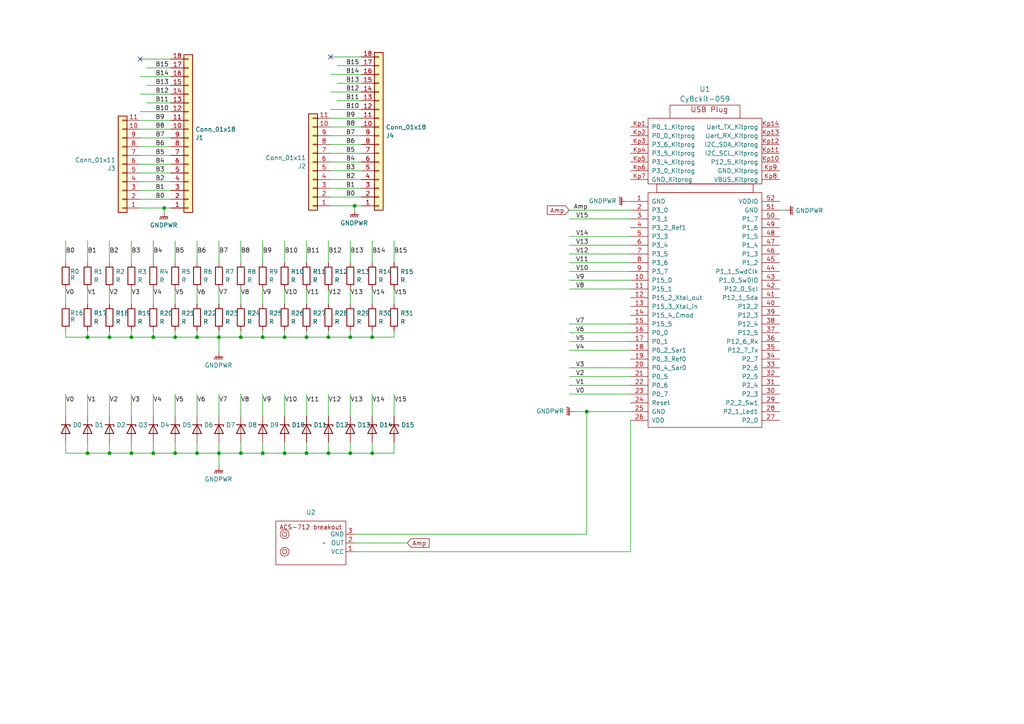
<source format=kicad_sch>
(kicad_sch (version 20230121) (generator eeschema)
  (paper "A4")
  (lib_symbols
    (symbol "Connector_Generic:Conn_01x11" (pin_names (offset 1.016) hide)
      (property "Reference" "J" (at 0 15.24 0))
      (property "Value" "Conn_01x11" (at 0 -15.24 0))
      (symbol "Conn_01x11_1_1"
        (rectangle (start -1.27 -12.573) (end 0 -12.827) (stroke (width 0.1524)))
        (rectangle (start -1.27 -10.033) (end 0 -10.287) (stroke (width 0.1524)))
        (rectangle (start -1.27 -7.493) (end 0 -7.747) (stroke (width 0.1524)))
        (rectangle (start -1.27 -4.953) (end 0 -5.207) (stroke (width 0.1524)))
        (rectangle (start -1.27 -2.413) (end 0 -2.667) (stroke (width 0.1524)))
        (rectangle (start -1.27 0.127) (end 0 -0.127) (stroke (width 0.1524)))
        (rectangle (start -1.27 2.667) (end 0 2.413) (stroke (width 0.1524)))
        (rectangle (start -1.27 5.207) (end 0 4.953) (stroke (width 0.1524)))
        (rectangle (start -1.27 7.747) (end 0 7.493) (stroke (width 0.1524)))
        (rectangle (start -1.27 10.287) (end 0 10.033) (stroke (width 0.1524)))
        (rectangle (start -1.27 12.827) (end 0 12.573) (stroke (width 0.1524)))
        (rectangle (start -1.27 13.97) (end 1.27 -13.97) (stroke (width 0.254)) (fill (type background)))
        (pin passive line (at -5.08 12.7 0) (length 3.81) (name "Pin_1") (number "1"))
        (pin passive line (at -5.08 -10.16 0) (length 3.81) (name "Pin_10") (number "10"))
        (pin passive line (at -5.08 -12.7 0) (length 3.81) (name "Pin_11") (number "11"))
        (pin passive line (at -5.08 10.16 0) (length 3.81) (name "Pin_2") (number "2"))
        (pin passive line (at -5.08 7.62 0) (length 3.81) (name "Pin_3") (number "3"))
        (pin passive line (at -5.08 5.08 0) (length 3.81) (name "Pin_4") (number "4"))
        (pin passive line (at -5.08 2.54 0) (length 3.81) (name "Pin_5") (number "5"))
        (pin passive line (at -5.08 0 0) (length 3.81) (name "Pin_6") (number "6"))
        (pin passive line (at -5.08 -2.54 0) (length 3.81) (name "Pin_7") (number "7"))
        (pin passive line (at -5.08 -5.08 0) (length 3.81) (name "Pin_8") (number "8"))
        (pin passive line (at -5.08 -7.62 0) (length 3.81) (name "Pin_9") (number "9"))
      )
    )
    (symbol "Connector_Generic:Conn_01x18" (pin_names (offset 1.016) hide)
      (property "Reference" "J" (at 0 22.86 0))
      (property "Value" "Conn_01x18" (at 0 -25.4 0))
      (symbol "Conn_01x18_1_1"
        (rectangle (start -1.27 -22.733) (end 0 -22.987) (stroke (width 0.1524)))
        (rectangle (start -1.27 -20.193) (end 0 -20.447) (stroke (width 0.1524)))
        (rectangle (start -1.27 -17.653) (end 0 -17.907) (stroke (width 0.1524)))
        (rectangle (start -1.27 -15.113) (end 0 -15.367) (stroke (width 0.1524)))
        (rectangle (start -1.27 -12.573) (end 0 -12.827) (stroke (width 0.1524)))
        (rectangle (start -1.27 -10.033) (end 0 -10.287) (stroke (width 0.1524)))
        (rectangle (start -1.27 -7.493) (end 0 -7.747) (stroke (width 0.1524)))
        (rectangle (start -1.27 -4.953) (end 0 -5.207) (stroke (width 0.1524)))
        (rectangle (start -1.27 -2.413) (end 0 -2.667) (stroke (width 0.1524)))
        (rectangle (start -1.27 0.127) (end 0 -0.127) (stroke (width 0.1524)))
        (rectangle (start -1.27 2.667) (end 0 2.413) (stroke (width 0.1524)))
        (rectangle (start -1.27 5.207) (end 0 4.953) (stroke (width 0.1524)))
        (rectangle (start -1.27 7.747) (end 0 7.493) (stroke (width 0.1524)))
        (rectangle (start -1.27 10.287) (end 0 10.033) (stroke (width 0.1524)))
        (rectangle (start -1.27 12.827) (end 0 12.573) (stroke (width 0.1524)))
        (rectangle (start -1.27 15.367) (end 0 15.113) (stroke (width 0.1524)))
        (rectangle (start -1.27 17.907) (end 0 17.653) (stroke (width 0.1524)))
        (rectangle (start -1.27 20.447) (end 0 20.193) (stroke (width 0.1524)))
        (rectangle (start -1.27 21.59) (end 1.27 -24.13) (stroke (width 0.254)) (fill (type background)))
        (pin passive line (at -5.08 20.32 0) (length 3.81) (name "Pin_1") (number "1"))
        (pin passive line (at -5.08 -2.54 0) (length 3.81) (name "Pin_10") (number "10"))
        (pin passive line (at -5.08 -5.08 0) (length 3.81) (name "Pin_11") (number "11"))
        (pin passive line (at -5.08 -7.62 0) (length 3.81) (name "Pin_12") (number "12"))
        (pin passive line (at -5.08 -10.16 0) (length 3.81) (name "Pin_13") (number "13"))
        (pin passive line (at -5.08 -12.7 0) (length 3.81) (name "Pin_14") (number "14"))
        (pin passive line (at -5.08 -15.24 0) (length 3.81) (name "Pin_15") (number "15"))
        (pin passive line (at -5.08 -17.78 0) (length 3.81) (name "Pin_16") (number "16"))
        (pin passive line (at -5.08 -20.32 0) (length 3.81) (name "Pin_17") (number "17"))
        (pin passive line (at -5.08 -22.86 0) (length 3.81) (name "Pin_18") (number "18"))
        (pin passive line (at -5.08 17.78 0) (length 3.81) (name "Pin_2") (number "2"))
        (pin passive line (at -5.08 15.24 0) (length 3.81) (name "Pin_3") (number "3"))
        (pin passive line (at -5.08 12.7 0) (length 3.81) (name "Pin_4") (number "4"))
        (pin passive line (at -5.08 10.16 0) (length 3.81) (name "Pin_5") (number "5"))
        (pin passive line (at -5.08 7.62 0) (length 3.81) (name "Pin_6") (number "6"))
        (pin passive line (at -5.08 5.08 0) (length 3.81) (name "Pin_7") (number "7"))
        (pin passive line (at -5.08 2.54 0) (length 3.81) (name "Pin_8") (number "8"))
        (pin passive line (at -5.08 0 0) (length 3.81) (name "Pin_9") (number "9"))
      )
    )
    (symbol "Device:R" (pin_numbers hide) (pin_names (offset 0))
      (property "Reference" "R" (at 2.032 0 90))
      (property "Value" "R" (at 0 0 90))
      (symbol "R_0_1"
        (rectangle (start -1.016 -2.54) (end 1.016 2.54) (stroke (width 0.254)))
      )
      (symbol "R_1_1"
        (pin passive line (at 0 3.81 270) (length 1.27) (name "~") (number "1"))
        (pin passive line (at 0 -3.81 90) (length 1.27) (name "~") (number "2"))
      )
    )
    (symbol "Diode:BZV55C3V6" (pin_numbers hide) (pin_names hide)
      (property "Reference" "D" (at 0 2.54 0))
      (property "Value" "BZV55C3V6" (at 0 -2.54 0))
      (symbol "BZV55C3V6_0_1"
        (polyline (pts (xy 1.27 0) (xy -1.27 0)))
        (polyline (pts (xy -1.27 -1.27) (xy -1.27 1.27) (xy -0.762 1.27)) (stroke (width 0.254)))
        (polyline (pts (xy 1.27 -1.27) (xy 1.27 1.27) (xy -1.27 0) (xy 1.27 -1.27)) (stroke (width 0.254)))
      )
      (symbol "BZV55C3V6_1_1"
        (pin passive line (at -3.81 0 0) (length 2.54) (name "K") (number "1"))
        (pin passive line (at 3.81 0 180) (length 2.54) (name "A") (number "2"))
      )
    )
    (symbol "Xg_lib_sch_v6:Cy8ckit-059" (pin_names (offset 1.016))
      (property "Reference" "U" (at 0 33.02 0))
      (property "Value" "Cy8ckit-059" (at 0.254 -16.256 0))
      (symbol "Cy8ckit-059_0_0"
        (text "USB Plug" (at 1.27 77.47 0) (effects (font (size 1.524 1.524))))
      )
      (symbol "Cy8ckit-059_0_1"
        (rectangle (start -16.51 53.34) (end 16.51 -14.732))
        (rectangle (start -16.51 74.93) (end 16.51 55.88))
        (rectangle (start -13.97 55.88) (end 13.97 53.34))
        (rectangle (start -10.16 74.93) (end 10.16 78.74))
      )
      (symbol "Cy8ckit-059_1_1"
        (pin power_out line (at -21.59 50.8 0) (length 5.08) (name "GND") (number "1"))
        (pin bidirectional line (at -21.59 27.94 0) (length 5.08) (name "P15_0") (number "10"))
        (pin bidirectional line (at -21.59 25.4 0) (length 5.08) (name "P15_1") (number "11"))
        (pin bidirectional line (at -21.59 22.86 0) (length 5.08) (name "P15_2_Xtal_out") (number "12"))
        (pin bidirectional line (at -21.59 20.32 0) (length 5.08) (name "P15_3_Xtal_in") (number "13"))
        (pin bidirectional line (at -21.59 17.78 0) (length 5.08) (name "P15_4_Cmod") (number "14"))
        (pin bidirectional line (at -21.59 15.24 0) (length 5.08) (name "P15_5") (number "15"))
        (pin bidirectional line (at -21.59 12.7 0) (length 5.08) (name "P0_0") (number "16"))
        (pin bidirectional line (at -21.59 10.16 0) (length 5.08) (name "P0_1") (number "17"))
        (pin bidirectional line (at -21.59 7.62 0) (length 5.08) (name "P0_2_Sar1") (number "18"))
        (pin bidirectional line (at -21.59 5.08 0) (length 5.08) (name "P0_3_Ref0") (number "19"))
        (pin bidirectional line (at -21.59 48.26 0) (length 5.08) (name "P3_0") (number "2"))
        (pin bidirectional line (at -21.59 2.54 0) (length 5.08) (name "P0_4_Sar0") (number "20"))
        (pin bidirectional line (at -21.59 0 0) (length 5.08) (name "P0_5") (number "21"))
        (pin bidirectional line (at -21.59 -2.54 0) (length 5.08) (name "P0_6") (number "22"))
        (pin bidirectional line (at -21.59 -5.08 0) (length 5.08) (name "P0_7") (number "23"))
        (pin bidirectional line (at -21.59 -7.62 0) (length 5.08) (name "Reset") (number "24"))
        (pin power_out line (at -21.59 -10.16 0) (length 5.08) (name "GND") (number "25"))
        (pin power_out line (at -21.59 -12.7 0) (length 5.08) (name "VDD") (number "26"))
        (pin bidirectional line (at 21.59 -12.7 180) (length 5.08) (name "P2_0") (number "27"))
        (pin bidirectional line (at 21.59 -10.16 180) (length 5.08) (name "P2_1_Led1") (number "28"))
        (pin bidirectional line (at 21.59 -7.62 180) (length 5.08) (name "P2_2_Sw1") (number "29"))
        (pin bidirectional line (at -21.59 45.72 0) (length 5.08) (name "P3_1") (number "3"))
        (pin bidirectional line (at 21.59 -5.08 180) (length 5.08) (name "P2_3") (number "30"))
        (pin bidirectional line (at 21.59 -2.54 180) (length 5.08) (name "P2_4") (number "31"))
        (pin bidirectional line (at 21.59 0 180) (length 5.08) (name "P2_5") (number "32"))
        (pin bidirectional line (at 21.59 2.54 180) (length 5.08) (name "P2_6") (number "33"))
        (pin bidirectional line (at 21.59 5.08 180) (length 5.08) (name "P2_7") (number "34"))
        (pin bidirectional line (at 21.59 7.62 180) (length 5.08) (name "P12_7_Tx") (number "35"))
        (pin bidirectional line (at 21.59 10.16 180) (length 5.08) (name "P12_6_Rx") (number "36"))
        (pin bidirectional line (at 21.59 12.7 180) (length 5.08) (name "P12_5") (number "37"))
        (pin bidirectional line (at 21.59 15.24 180) (length 5.08) (name "P12_4") (number "38"))
        (pin bidirectional line (at 21.59 17.78 180) (length 5.08) (name "P12_3") (number "39"))
        (pin bidirectional line (at -21.59 43.18 0) (length 5.08) (name "P3_2_Ref1") (number "4"))
        (pin bidirectional line (at 21.59 20.32 180) (length 5.08) (name "P12_2") (number "40"))
        (pin bidirectional line (at 21.59 22.86 180) (length 5.08) (name "P12_1_Sda") (number "41"))
        (pin bidirectional line (at 21.59 25.4 180) (length 5.08) (name "P12_0_Scl") (number "42"))
        (pin bidirectional line (at 21.59 27.94 180) (length 5.08) (name "P1_0_SwDIO") (number "43"))
        (pin bidirectional line (at 21.59 30.48 180) (length 5.08) (name "P1_1_SwdClk") (number "44"))
        (pin bidirectional line (at 21.59 33.02 180) (length 5.08) (name "P1_2") (number "45"))
        (pin bidirectional line (at 21.59 35.56 180) (length 5.08) (name "P1_3") (number "46"))
        (pin bidirectional line (at 21.59 38.1 180) (length 5.08) (name "P1_4") (number "47"))
        (pin bidirectional line (at 21.59 40.64 180) (length 5.08) (name "P1_5") (number "48"))
        (pin bidirectional line (at 21.59 43.18 180) (length 5.08) (name "P1_6") (number "49"))
        (pin bidirectional line (at -21.59 40.64 0) (length 5.08) (name "P3_3") (number "5"))
        (pin bidirectional line (at 21.59 45.72 180) (length 5.08) (name "P1_7") (number "50"))
        (pin power_in line (at 21.59 48.26 180) (length 5.08) (name "GND") (number "51"))
        (pin power_in line (at 21.59 50.8 180) (length 5.08) (name "VDDIO") (number "52"))
        (pin bidirectional line (at -21.59 38.1 0) (length 5.08) (name "P3_4") (number "6"))
        (pin bidirectional line (at -21.59 35.56 0) (length 5.08) (name "P3_5") (number "7"))
        (pin bidirectional line (at -21.59 33.02 0) (length 5.08) (name "P3_6") (number "8"))
        (pin bidirectional line (at -21.59 30.48 0) (length 5.08) (name "P3_7") (number "9"))
        (pin bidirectional line (at -21.59 72.39 0) (length 5.08) (name "P0_1_Kitprog") (number "Kp1"))
        (pin bidirectional line (at 21.59 62.23 180) (length 5.08) (name "P12_5_Kitprog") (number "Kp10"))
        (pin tri_state line (at 21.59 64.77 180) (length 5.08) (name "I2C_SCL_Kitprog") (number "Kp11"))
        (pin tri_state line (at 21.59 67.31 180) (length 5.08) (name "I2C_SDA_Kitprog") (number "Kp12"))
        (pin input line (at 21.59 69.85 180) (length 5.08) (name "Uart_RX_Kitprog") (number "Kp13"))
        (pin output line (at 21.59 72.39 180) (length 5.08) (name "Uart_TX_Kitprog") (number "Kp14"))
        (pin bidirectional line (at -21.59 69.85 0) (length 5.08) (name "P0_0_Kitprog") (number "Kp2"))
        (pin bidirectional line (at -21.59 67.31 0) (length 5.08) (name "P3_6_Kitprog") (number "Kp3"))
        (pin bidirectional line (at -21.59 64.77 0) (length 5.08) (name "P3_5_Kitprog") (number "Kp4"))
        (pin bidirectional line (at -21.59 62.23 0) (length 5.08) (name "P3_4_Kitprog") (number "Kp5"))
        (pin bidirectional line (at -21.59 59.69 0) (length 5.08) (name "P3_0_Kitprog") (number "Kp6"))
        (pin power_in line (at -21.59 57.15 0) (length 5.08) (name "GND_Kitprog") (number "Kp7"))
        (pin power_in line (at 21.59 57.15 180) (length 5.08) (name "VBUS_Kitprog") (number "Kp8"))
        (pin power_in line (at 21.59 59.69 180) (length 5.08) (name "GND_Kitprog") (number "Kp9"))
      )
    )
    (symbol "composants internes_sym:ACS712"
      (property "Reference" "U" (at 0 0 0))
      (symbol "ACS712_0_0"
        (text_box "ACS-712 breakout" (at -6.35 6.35 0) (size 20.32 -12.7) (effects (font (size 1.27 1.27)) (justify left top)))
      )
      (symbol "ACS712_1_1"
        (circle (center 11.43 -2.54) (radius 0.635))
        (circle (center 11.43 -2.54) (radius 1.27))
        (circle (center 11.43 2.54) (radius 0.635))
        (circle (center 11.43 2.54) (radius 1.27))
        (pin power_in line (at -8.89 2.54 0) (length 2.54) (name "VCC") (number "1"))
        (pin output line (at -8.89 0 0) (length 2.54) (name "OUT") (number "2"))
        (pin power_in line (at -8.89 -2.54 0) (length 2.54) (name "GND") (number "3"))
      )
    )
    (symbol "power:GNDPWR" (power) (pin_names (offset 0))
      (property "Value" "GNDPWR" (at 0 -3.302 0))
      (symbol "GNDPWR_0_1"
        (polyline (pts (xy 0 -1.27) (xy 0 0)))
        (polyline (pts (xy -1.016 -1.27) (xy -1.27 -2.032) (xy -1.27 -2.032)) (stroke (width 0.2032)))
        (polyline (pts (xy -0.508 -1.27) (xy -0.762 -2.032) (xy -0.762 -2.032)) (stroke (width 0.2032)))
        (polyline (pts (xy 0 -1.27) (xy -0.254 -2.032) (xy -0.254 -2.032)) (stroke (width 0.2032)))
        (polyline (pts (xy 0.508 -1.27) (xy 0.254 -2.032) (xy 0.254 -2.032)) (stroke (width 0.2032)))
        (polyline (pts (xy 1.016 -1.27) (xy -1.016 -1.27) (xy -1.016 -1.27)) (stroke (width 0.2032)))
        (polyline (pts (xy 1.016 -1.27) (xy 0.762 -2.032) (xy 0.762 -2.032) (xy 0.762 -2.032)) (stroke (width 0.2032)))
      )
      (symbol "GNDPWR_1_1"
        (pin power_in line (at 0 0 270) (length 0) hide (name "GNDPWR") (number "1"))
      )
    )
  )
  (junction (at 95.25 97.79))
  (junction (at 44.45 97.79))
  (junction (at 38.1 97.79))
  (junction (at 76.2 131.445))
  (junction (at 107.95 131.445))
  (junction (at 47.625 60.325))
  (junction (at 69.85 97.79))
  (junction (at 102.87 59.69))
  (junction (at 57.15 131.445))
  (junction (at 63.5 97.79))
  (junction (at 101.6 131.445))
  (junction (at 95.25 131.445))
  (junction (at 44.45 131.445))
  (junction (at 88.9 97.79))
  (junction (at 69.85 131.445))
  (junction (at 31.75 131.445))
  (junction (at 88.9 131.445))
  (junction (at 170.18 119.38))
  (junction (at 57.15 97.79))
  (junction (at 50.8 131.445))
  (junction (at 107.95 97.79))
  (junction (at 31.75 97.79))
  (junction (at 50.8 97.79))
  (junction (at 76.2 97.79))
  (junction (at 25.4 97.79))
  (junction (at 101.6 97.79))
  (junction (at 82.55 97.79))
  (junction (at 25.4 131.445))
  (junction (at 38.1 131.445))
  (junction (at 82.55 131.445))
  (junction (at 63.5 131.445))
  (no_connect (at 40.64 17.145))
  (no_connect (at 95.885 16.51))
  (wire (pts (xy 63.5 97.79) (xy 69.85 97.79)))
  (wire (pts (xy 25.4 69.85) (xy 25.4 76.2)))
  (wire (pts (xy 31.75 128.27) (xy 31.75 131.445)))
  (wire (pts (xy 101.6 97.79) (xy 107.95 97.79)))
  (wire (pts (xy 42.545 29.845) (xy 49.53 29.845)))
  (wire (pts (xy 101.6 128.27) (xy 101.6 131.445)))
  (wire (pts (xy 165.1 106.68) (xy 182.88 106.68)))
  (wire (pts (xy 114.3 128.27) (xy 114.3 131.445)))
  (wire (pts (xy 40.64 22.225) (xy 49.53 22.225)))
  (wire (pts (xy 47.625 60.325) (xy 49.53 60.325)))
  (wire (pts (xy 107.95 131.445) (xy 114.3 131.445)))
  (wire (pts (xy 165.1 93.98) (xy 182.88 93.98)))
  (wire (pts (xy 63.5 83.82) (xy 63.5 88.265)))
  (wire (pts (xy 95.25 83.82) (xy 95.25 88.265)))
  (wire (pts (xy 182.88 160.02) (xy 182.88 121.92)))
  (wire (pts (xy 101.6 95.885) (xy 101.6 97.79)))
  (wire (pts (xy 19.05 114.3) (xy 19.05 120.65)))
  (wire (pts (xy 50.8 131.445) (xy 57.15 131.445)))
  (wire (pts (xy 101.6 114.3) (xy 101.6 120.65)))
  (wire (pts (xy 95.885 16.51) (xy 104.775 16.51)))
  (wire (pts (xy 63.5 69.85) (xy 63.5 76.2)))
  (wire (pts (xy 50.8 83.82) (xy 50.8 88.265)))
  (wire (pts (xy 63.5 97.79) (xy 63.5 102.235)))
  (wire (pts (xy 95.25 131.445) (xy 101.6 131.445)))
  (wire (pts (xy 95.885 31.75) (xy 104.775 31.75)))
  (wire (pts (xy 40.64 50.165) (xy 49.53 50.165)))
  (wire (pts (xy 44.45 114.3) (xy 44.45 120.65)))
  (wire (pts (xy 44.45 131.445) (xy 50.8 131.445)))
  (wire (pts (xy 57.15 83.82) (xy 57.15 88.265)))
  (wire (pts (xy 40.64 42.545) (xy 49.53 42.545)))
  (wire (pts (xy 165.1 76.2) (xy 182.88 76.2)))
  (wire (pts (xy 165.1 60.96) (xy 182.88 60.96)))
  (wire (pts (xy 97.79 19.05) (xy 104.775 19.05)))
  (wire (pts (xy 95.885 34.29) (xy 104.775 34.29)))
  (wire (pts (xy 114.3 83.82) (xy 114.3 88.265)))
  (wire (pts (xy 165.1 68.58) (xy 182.88 68.58)))
  (wire (pts (xy 95.25 69.85) (xy 95.25 76.2)))
  (wire (pts (xy 102.87 59.69) (xy 104.775 59.69)))
  (wire (pts (xy 25.4 131.445) (xy 31.75 131.445)))
  (wire (pts (xy 50.8 114.3) (xy 50.8 120.65)))
  (wire (pts (xy 76.2 131.445) (xy 82.55 131.445)))
  (wire (pts (xy 38.1 114.3) (xy 38.1 120.65)))
  (wire (pts (xy 165.1 96.52) (xy 182.88 96.52)))
  (wire (pts (xy 69.85 83.82) (xy 69.85 88.265)))
  (wire (pts (xy 47.625 61.595) (xy 47.625 60.325)))
  (wire (pts (xy 25.4 97.79) (xy 31.75 97.79)))
  (wire (pts (xy 31.75 95.885) (xy 31.75 97.79)))
  (wire (pts (xy 88.9 128.27) (xy 88.9 131.445)))
  (wire (pts (xy 165.1 71.12) (xy 182.88 71.12)))
  (wire (pts (xy 82.55 97.79) (xy 88.9 97.79)))
  (wire (pts (xy 44.45 97.79) (xy 50.8 97.79)))
  (wire (pts (xy 82.55 128.27) (xy 82.55 131.445)))
  (wire (pts (xy 50.8 95.885) (xy 50.8 97.79)))
  (wire (pts (xy 82.55 131.445) (xy 88.9 131.445)))
  (wire (pts (xy 40.64 47.625) (xy 49.53 47.625)))
  (wire (pts (xy 166.37 119.38) (xy 170.18 119.38)))
  (wire (pts (xy 40.64 17.145) (xy 49.53 17.145)))
  (wire (pts (xy 40.64 60.325) (xy 47.625 60.325)))
  (wire (pts (xy 44.45 95.885) (xy 44.45 97.79)))
  (wire (pts (xy 40.64 34.925) (xy 49.53 34.925)))
  (wire (pts (xy 107.95 114.3) (xy 107.95 120.65)))
  (wire (pts (xy 114.3 114.3) (xy 114.3 120.65)))
  (wire (pts (xy 69.85 114.3) (xy 69.85 120.65)))
  (wire (pts (xy 95.885 21.59) (xy 104.775 21.59)))
  (wire (pts (xy 95.25 97.79) (xy 101.6 97.79)))
  (wire (pts (xy 165.1 83.82) (xy 182.88 83.82)))
  (wire (pts (xy 102.87 157.48) (xy 118.11 157.48)))
  (wire (pts (xy 76.2 95.885) (xy 76.2 97.79)))
  (wire (pts (xy 40.64 55.245) (xy 49.53 55.245)))
  (wire (pts (xy 38.1 83.82) (xy 38.1 88.265)))
  (wire (pts (xy 57.15 95.885) (xy 57.15 97.79)))
  (wire (pts (xy 165.1 63.5) (xy 182.88 63.5)))
  (wire (pts (xy 25.4 95.885) (xy 25.4 97.79)))
  (wire (pts (xy 50.8 69.85) (xy 50.8 76.2)))
  (wire (pts (xy 181.61 58.42) (xy 182.88 58.42)))
  (wire (pts (xy 101.6 131.445) (xy 107.95 131.445)))
  (wire (pts (xy 95.885 54.61) (xy 104.775 54.61)))
  (wire (pts (xy 38.1 69.85) (xy 38.1 76.2)))
  (wire (pts (xy 95.25 128.27) (xy 95.25 131.445)))
  (wire (pts (xy 165.1 114.3) (xy 182.88 114.3)))
  (wire (pts (xy 76.2 83.82) (xy 76.2 88.265)))
  (wire (pts (xy 88.9 69.85) (xy 88.9 76.2)))
  (wire (pts (xy 40.64 45.085) (xy 49.53 45.085)))
  (wire (pts (xy 25.4 114.3) (xy 25.4 120.65)))
  (wire (pts (xy 107.95 128.27) (xy 107.95 131.445)))
  (wire (pts (xy 114.3 97.79) (xy 114.3 95.885)))
  (wire (pts (xy 88.9 97.79) (xy 95.25 97.79)))
  (wire (pts (xy 63.5 131.445) (xy 63.5 135.255)))
  (wire (pts (xy 76.2 114.3) (xy 76.2 120.65)))
  (wire (pts (xy 42.545 19.685) (xy 49.53 19.685)))
  (wire (pts (xy 88.9 131.445) (xy 95.25 131.445)))
  (wire (pts (xy 50.8 128.27) (xy 50.8 131.445)))
  (wire (pts (xy 76.2 69.85) (xy 76.2 76.2)))
  (wire (pts (xy 44.45 128.27) (xy 44.45 131.445)))
  (wire (pts (xy 40.64 57.785) (xy 49.53 57.785)))
  (wire (pts (xy 38.1 128.27) (xy 38.1 131.445)))
  (wire (pts (xy 95.885 57.15) (xy 104.775 57.15)))
  (wire (pts (xy 40.64 52.705) (xy 49.53 52.705)))
  (wire (pts (xy 95.885 46.99) (xy 104.775 46.99)))
  (wire (pts (xy 102.87 60.96) (xy 102.87 59.69)))
  (wire (pts (xy 38.1 95.885) (xy 38.1 97.79)))
  (wire (pts (xy 63.5 131.445) (xy 69.85 131.445)))
  (wire (pts (xy 165.1 111.76) (xy 182.88 111.76)))
  (wire (pts (xy 19.05 97.79) (xy 25.4 97.79)))
  (wire (pts (xy 38.1 97.79) (xy 44.45 97.79)))
  (wire (pts (xy 25.4 128.27) (xy 25.4 131.445)))
  (wire (pts (xy 25.4 131.445) (xy 19.05 131.445)))
  (wire (pts (xy 57.15 131.445) (xy 63.5 131.445)))
  (wire (pts (xy 76.2 97.79) (xy 82.55 97.79)))
  (wire (pts (xy 63.5 114.3) (xy 63.5 120.65)))
  (wire (pts (xy 19.05 69.85) (xy 19.05 76.2)))
  (wire (pts (xy 40.64 40.005) (xy 49.53 40.005)))
  (wire (pts (xy 82.55 83.82) (xy 82.55 88.265)))
  (wire (pts (xy 88.9 83.82) (xy 88.9 88.265)))
  (wire (pts (xy 76.2 128.27) (xy 76.2 131.445)))
  (wire (pts (xy 69.85 69.85) (xy 69.85 76.2)))
  (wire (pts (xy 40.64 27.305) (xy 49.53 27.305)))
  (wire (pts (xy 95.885 39.37) (xy 104.775 39.37)))
  (wire (pts (xy 69.85 131.445) (xy 76.2 131.445)))
  (wire (pts (xy 107.95 95.885) (xy 107.95 97.79)))
  (wire (pts (xy 95.885 52.07) (xy 104.775 52.07)))
  (wire (pts (xy 170.18 119.38) (xy 182.88 119.38)))
  (wire (pts (xy 226.06 60.96) (xy 227.965 60.96)))
  (wire (pts (xy 95.885 59.69) (xy 102.87 59.69)))
  (wire (pts (xy 107.95 97.79) (xy 114.3 97.79)))
  (wire (pts (xy 82.55 114.3) (xy 82.55 120.65)))
  (wire (pts (xy 95.885 44.45) (xy 104.775 44.45)))
  (wire (pts (xy 31.75 69.85) (xy 31.75 76.2)))
  (wire (pts (xy 165.1 81.28) (xy 182.88 81.28)))
  (wire (pts (xy 25.4 83.82) (xy 25.4 88.265)))
  (wire (pts (xy 42.545 24.765) (xy 49.53 24.765)))
  (wire (pts (xy 95.885 26.67) (xy 104.775 26.67)))
  (wire (pts (xy 63.5 95.885) (xy 63.5 97.79)))
  (wire (pts (xy 95.885 49.53) (xy 104.775 49.53)))
  (wire (pts (xy 19.05 131.445) (xy 19.05 128.27)))
  (wire (pts (xy 165.1 101.6) (xy 182.88 101.6)))
  (wire (pts (xy 50.8 97.79) (xy 57.15 97.79)))
  (wire (pts (xy 57.15 69.85) (xy 57.15 76.2)))
  (wire (pts (xy 69.85 128.27) (xy 69.85 131.445)))
  (wire (pts (xy 69.85 95.885) (xy 69.85 97.79)))
  (wire (pts (xy 82.55 69.85) (xy 82.55 76.2)))
  (wire (pts (xy 102.87 160.02) (xy 182.88 160.02)))
  (wire (pts (xy 88.9 114.3) (xy 88.9 120.65)))
  (wire (pts (xy 95.25 95.885) (xy 95.25 97.79)))
  (wire (pts (xy 165.1 99.06) (xy 182.88 99.06)))
  (wire (pts (xy 107.95 69.85) (xy 107.95 76.2)))
  (wire (pts (xy 88.9 95.885) (xy 88.9 97.79)))
  (wire (pts (xy 107.95 83.82) (xy 107.95 88.265)))
  (wire (pts (xy 114.3 69.85) (xy 114.3 76.2)))
  (wire (pts (xy 38.1 131.445) (xy 44.45 131.445)))
  (wire (pts (xy 44.45 83.82) (xy 44.45 88.265)))
  (wire (pts (xy 170.18 154.94) (xy 170.18 119.38)))
  (wire (pts (xy 57.15 114.3) (xy 57.15 120.65)))
  (wire (pts (xy 31.75 131.445) (xy 38.1 131.445)))
  (wire (pts (xy 40.64 32.385) (xy 49.53 32.385)))
  (wire (pts (xy 40.64 37.465) (xy 49.53 37.465)))
  (wire (pts (xy 69.85 97.79) (xy 76.2 97.79)))
  (wire (pts (xy 102.87 154.94) (xy 170.18 154.94)))
  (wire (pts (xy 57.15 128.27) (xy 57.15 131.445)))
  (wire (pts (xy 165.1 73.66) (xy 182.88 73.66)))
  (wire (pts (xy 101.6 69.85) (xy 101.6 76.2)))
  (wire (pts (xy 95.885 36.83) (xy 104.775 36.83)))
  (wire (pts (xy 19.05 83.82) (xy 19.05 88.265)))
  (wire (pts (xy 31.75 114.3) (xy 31.75 120.65)))
  (wire (pts (xy 95.885 41.91) (xy 104.775 41.91)))
  (wire (pts (xy 19.05 95.885) (xy 19.05 97.79)))
  (wire (pts (xy 44.45 69.85) (xy 44.45 76.2)))
  (wire (pts (xy 165.1 109.22) (xy 182.88 109.22)))
  (wire (pts (xy 63.5 128.27) (xy 63.5 131.445)))
  (wire (pts (xy 31.75 97.79) (xy 38.1 97.79)))
  (wire (pts (xy 97.79 24.13) (xy 104.775 24.13)))
  (wire (pts (xy 165.1 78.74) (xy 182.88 78.74)))
  (wire (pts (xy 57.15 97.79) (xy 63.5 97.79)))
  (wire (pts (xy 101.6 83.82) (xy 101.6 88.265)))
  (wire (pts (xy 95.25 114.3) (xy 95.25 120.65)))
  (wire (pts (xy 82.55 95.885) (xy 82.55 97.79)))
  (wire (pts (xy 31.75 83.82) (xy 31.75 88.265)))
  (wire (pts (xy 97.79 29.21) (xy 104.775 29.21)))
  (label "B2" (at 45.085 52.705 0))
  (label "V3" (at 38.1 116.84 0))
  (label "V6" (at 167.005 96.52 0))
  (label "B1" (at 45.085 55.245 0))
  (label "B0" (at 100.33 57.15 0))
  (label "B15" (at 114.3 73.66 0))
  (label "V1" (at 167.005 111.76 0))
  (label "B3" (at 45.085 50.165 0))
  (label "V0" (at 167.005 114.3 0))
  (label "B1" (at 100.33 54.61 0))
  (label "V1" (at 25.4 85.725 0))
  (label "B4" (at 45.085 47.625 0))
  (label "B14" (at 107.95 73.66 0))
  (label "V13" (at 167.005 71.12 0))
  (label "V4" (at 44.45 85.725 0))
  (label "V2" (at 167.005 109.22 0))
  (label "V4" (at 44.45 116.84 0))
  (label "V5" (at 50.8 85.725 0))
  (label "B5" (at 45.085 45.085 0))
  (label "V7" (at 63.5 85.725 0))
  (label "B13" (at 45.085 24.765 0))
  (label "B11" (at 88.9 73.66 0))
  (label "V7" (at 63.5 116.84 0))
  (label "V14" (at 107.95 85.725 0))
  (label "B3" (at 100.33 49.53 0))
  (label "B6" (at 57.15 73.66 0))
  (label "B9" (at 76.2 73.66 0))
  (label "B8" (at 100.33 36.83 0))
  (label "V1" (at 25.4 116.84 0))
  (label "B13" (at 100.33 24.13 0))
  (label "V11" (at 167.005 76.2 0))
  (label "B6" (at 100.33 41.91 0))
  (label "B14" (at 45.085 22.225 0))
  (label "V2" (at 31.75 85.725 0))
  (label "V9" (at 167.005 81.28 0))
  (label "V10" (at 82.55 85.725 0))
  (label "V4" (at 167.005 101.6 0))
  (label "B5" (at 50.8 73.66 0))
  (label "B14" (at 100.33 21.59 0))
  (label "B10" (at 100.33 31.75 0))
  (label "B5" (at 100.33 44.45 0))
  (label "B7" (at 100.33 39.37 0))
  (label "B8" (at 45.085 37.465 0))
  (label "B12" (at 100.33 26.67 0))
  (label "V8" (at 69.85 116.84 0))
  (label "V15" (at 167.005 63.5 0))
  (label "B6" (at 45.085 42.545 0))
  (label "Amp" (at 166.37 60.96 0))
  (label "V0" (at 19.05 85.725 0))
  (label "V15" (at 114.3 116.84 0))
  (label "V0" (at 19.05 116.84 0))
  (label "B0" (at 19.05 73.66 0))
  (label "V8" (at 69.85 85.725 0))
  (label "B10" (at 45.085 32.385 0))
  (label "B12" (at 45.085 27.305 0))
  (label "V11" (at 88.9 85.725 0))
  (label "B10" (at 82.55 73.66 0))
  (label "B7" (at 63.5 73.66 0))
  (label "B11" (at 100.33 29.21 0))
  (label "V14" (at 107.95 116.84 0))
  (label "B9" (at 45.085 34.925 0))
  (label "V9" (at 76.2 116.84 0))
  (label "B0" (at 45.085 57.785 0))
  (label "V6" (at 57.15 85.725 0))
  (label "B11" (at 45.085 29.845 0))
  (label "B9" (at 100.33 34.29 0))
  (label "V14" (at 167.005 68.58 0))
  (label "B2" (at 31.75 73.66 0))
  (label "V13" (at 101.6 85.725 0))
  (label "V2" (at 31.75 116.84 0))
  (label "B4" (at 44.45 73.66 0))
  (label "B7" (at 45.085 40.005 0))
  (label "V12" (at 167.005 73.66 0))
  (label "B2" (at 100.33 52.07 0))
  (label "V9" (at 76.2 85.725 0))
  (label "V6" (at 57.15 116.84 0))
  (label "B3" (at 38.1 73.66 0))
  (label "B13" (at 101.6 73.66 0))
  (label "V3" (at 38.1 85.725 0))
  (label "V15" (at 114.3 85.725 0))
  (label "V12" (at 95.25 116.84 0))
  (label "V3" (at 167.005 106.68 0))
  (label "V5" (at 50.8 116.84 0))
  (label "B12" (at 95.25 73.66 0))
  (label "B4" (at 100.33 46.99 0))
  (label "B15" (at 100.33 19.05 0))
  (label "V8" (at 167.005 83.82 0))
  (label "V12" (at 95.25 85.725 0))
  (label "V5" (at 167.005 99.06 0))
  (label "V10" (at 167.005 78.74 0))
  (label "V13" (at 101.6 116.84 0))
  (label "V10" (at 82.55 116.84 0))
  (label "B1" (at 25.4 73.66 0))
  (label "B15" (at 45.085 19.685 0))
  (label "V11" (at 88.9 116.84 0))
  (label "B8" (at 69.85 73.66 0))
  (label "V7" (at 167.005 93.98 0))
  (global_label "Amp" (shape input) (at 165.1 60.96 180) (property "Intersheetrefs" "${INTERSHEET_REFS}" (effects hide)))
  (global_label "Amp" (shape input) (at 118.11 157.48 0) (property "Intersheetrefs" "${INTERSHEET_REFS}" (effects hide)))
  (symbol (lib_id "Device:R") (at 63.5 92.075 0) (unit 1)
    (property "Reference" "R23" (at 65.278 90.8629 0) (effects (justify left)))
    (property "Value" "R" (at 65.278 93.2871 0) (effects (justify left)))
    (property "Footprint" "Resistor_THT:R_Axial_DIN0207_L6.3mm_D2.5mm_P10.16mm_Horizontal" (effects hide))
  )
  (symbol (lib_id "Connector_Generic:Conn_01x11") (at 90.805 46.99 180) (unit 1)
    (property "Reference" "J2" (at 88.773 48.2021 0) (effects (justify left)))
    (property "Value" "Conn_01x11" (at 88.773 45.7779 0) (effects (justify left)))
    (property "Footprint" "Connector_PinHeader_2.54mm:PinHeader_1x11_P2.54mm_Vertical" (effects hide))
  )
  (symbol (lib_id "Diode:BZV55C3V6") (at 44.45 124.46 270) (unit 1)
    (property "Reference" "D4" (at 46.482 123.2479 90) (effects (justify left)))
    (property "Value" "BZV55C3V6" (effects hide))
    (property "Footprint" "Diode_THT:D_DO-35_SOD27_P7.62mm_Horizontal" (effects hide))
    (property "Datasheet" "https://assets.nexperia.com/documents/data-sheet/BZV55_SER.pdf" (effects hide))
  )
  (symbol (lib_id "Diode:BZV55C3V6") (at 107.95 124.46 270) (unit 1)
    (property "Reference" "D14" (at 109.982 123.2479 90) (effects (justify left)))
    (property "Value" "BZV55C3V6" (effects hide))
    (property "Footprint" "Diode_THT:D_DO-35_SOD27_P7.62mm_Horizontal" (effects hide))
    (property "Datasheet" "https://assets.nexperia.com/documents/data-sheet/BZV55_SER.pdf" (effects hide))
  )
  (symbol (lib_id "Device:R") (at 69.85 92.075 0) (unit 1)
    (property "Reference" "R24" (at 71.628 90.8629 0) (effects (justify left)))
    (property "Value" "R" (at 71.628 93.2871 0) (effects (justify left)))
    (property "Footprint" "Resistor_THT:R_Axial_DIN0207_L6.3mm_D2.5mm_P10.16mm_Horizontal" (effects hide))
  )
  (symbol (lib_id "Diode:BZV55C3V6") (at 19.05 124.46 270) (unit 1)
    (property "Reference" "D0" (at 21.082 123.2479 90) (effects (justify left)))
    (property "Value" "BZV55C3V6" (effects hide))
    (property "Footprint" "Diode_THT:D_DO-35_SOD27_P7.62mm_Horizontal" (effects hide))
    (property "Datasheet" "https://assets.nexperia.com/documents/data-sheet/BZV55_SER.pdf" (effects hide))
  )
  (symbol (lib_id "power:GNDPWR") (at 47.625 61.595 0) (unit 1)
    (property "Reference" "#PWR02" (effects hide))
    (property "Value" "GNDPWR" (at 47.498 65.3217 0))
  )
  (symbol (lib_id "Device:R") (at 50.8 80.01 0) (unit 1)
    (property "Reference" "R5" (at 52.578 78.7979 0) (effects (justify left)))
    (property "Value" "R" (at 52.578 81.2221 0) (effects (justify left)))
    (property "Footprint" "Resistor_THT:R_Axial_DIN0207_L6.3mm_D2.5mm_P10.16mm_Horizontal" (effects hide))
  )
  (symbol (lib_id "Device:R") (at 69.85 80.01 0) (unit 1)
    (property "Reference" "R8" (at 71.628 78.7979 0) (effects (justify left)))
    (property "Value" "R" (at 71.628 81.2221 0) (effects (justify left)))
    (property "Footprint" "Resistor_THT:R_Axial_DIN0207_L6.3mm_D2.5mm_P10.16mm_Horizontal" (effects hide))
  )
  (symbol (lib_id "Device:R") (at 101.6 92.075 0) (unit 1)
    (property "Reference" "R29" (at 103.378 90.8629 0) (effects (justify left)))
    (property "Value" "R" (at 103.378 93.2871 0) (effects (justify left)))
    (property "Footprint" "Resistor_THT:R_Axial_DIN0207_L6.3mm_D2.5mm_P10.16mm_Horizontal" (effects hide))
  )
  (symbol (lib_id "Device:R") (at 82.55 80.01 0) (unit 1)
    (property "Reference" "R10" (at 84.328 78.7979 0) (effects (justify left)))
    (property "Value" "R" (at 84.328 81.2221 0) (effects (justify left)))
    (property "Footprint" "Resistor_THT:R_Axial_DIN0207_L6.3mm_D2.5mm_P10.16mm_Horizontal" (effects hide))
  )
  (symbol (lib_id "Device:R") (at 19.05 92.075 0) (unit 1)
    (property "Reference" "R16" (at 20.32 90.805 0) (effects (justify left)))
    (property "Value" "R" (at 20.32 92.71 0) (effects (justify left)))
    (property "Footprint" "Resistor_THT:R_Axial_DIN0207_L6.3mm_D2.5mm_P10.16mm_Horizontal" (effects hide))
  )
  (symbol (lib_id "Device:R") (at 76.2 92.075 0) (unit 1)
    (property "Reference" "R25" (at 77.978 90.8629 0) (effects (justify left)))
    (property "Value" "R" (at 77.978 93.2871 0) (effects (justify left)))
    (property "Footprint" "Resistor_THT:R_Axial_DIN0207_L6.3mm_D2.5mm_P10.16mm_Horizontal" (effects hide))
  )
  (symbol (lib_id "Diode:BZV55C3V6") (at 76.2 124.46 270) (unit 1)
    (property "Reference" "D9" (at 78.232 123.2479 90) (effects (justify left)))
    (property "Value" "BZV55C3V6" (effects hide))
    (property "Footprint" "Diode_THT:D_DO-35_SOD27_P7.62mm_Horizontal" (effects hide))
    (property "Datasheet" "https://assets.nexperia.com/documents/data-sheet/BZV55_SER.pdf" (effects hide))
  )
  (symbol (lib_id "Device:R") (at 38.1 80.01 0) (unit 1)
    (property "Reference" "R3" (at 39.878 78.7979 0) (effects (justify left)))
    (property "Value" "R" (at 39.878 81.2221 0) (effects (justify left)))
    (property "Footprint" "Resistor_THT:R_Axial_DIN0207_L6.3mm_D2.5mm_P10.16mm_Horizontal" (effects hide))
  )
  (symbol (lib_id "Device:R") (at 50.8 92.075 0) (unit 1)
    (property "Reference" "R21" (at 52.578 90.8629 0) (effects (justify left)))
    (property "Value" "R" (at 52.578 93.2871 0) (effects (justify left)))
    (property "Footprint" "Resistor_THT:R_Axial_DIN0207_L6.3mm_D2.5mm_P10.16mm_Horizontal" (effects hide))
  )
  (symbol (lib_id "Xg_lib_sch_v6:Cy8ckit-059") (at 204.47 109.22 0) (unit 1)
    (property "Reference" "U1" (at 204.47 25.8498 0) (effects (font (size 1.524 1.524))))
    (property "Value" "Cy8ckit-059" (at 204.47 28.6826 0) (effects (font (size 1.524 1.524))))
    (property "Footprint" "Xg_lib_pcb:Cy8ckit-059" (effects hide))
  )
  (symbol (lib_id "Connector_Generic:Conn_01x11") (at 35.56 47.625 180) (unit 1)
    (property "Reference" "J3" (at 33.528 48.8371 0) (effects (justify left)))
    (property "Value" "Conn_01x11" (at 33.528 46.4129 0) (effects (justify left)))
    (property "Footprint" "Connector_PinHeader_2.54mm:PinHeader_1x11_P2.54mm_Vertical" (effects hide))
  )
  (symbol (lib_id "Diode:BZV55C3V6") (at 88.9 124.46 270) (unit 1)
    (property "Reference" "D11" (at 90.932 123.2479 90) (effects (justify left)))
    (property "Value" "BZV55C3V6" (effects hide))
    (property "Footprint" "Diode_THT:D_DO-35_SOD27_P7.62mm_Horizontal" (effects hide))
    (property "Datasheet" "https://assets.nexperia.com/documents/data-sheet/BZV55_SER.pdf" (effects hide))
  )
  (symbol (lib_id "Device:R") (at 95.25 92.075 0) (unit 1)
    (property "Reference" "R28" (at 97.028 90.8629 0) (effects (justify left)))
    (property "Value" "R" (at 97.028 93.2871 0) (effects (justify left)))
    (property "Footprint" "Resistor_THT:R_Axial_DIN0207_L6.3mm_D2.5mm_P10.16mm_Horizontal" (effects hide))
  )
  (symbol (lib_id "Diode:BZV55C3V6") (at 82.55 124.46 270) (unit 1)
    (property "Reference" "D10" (at 84.582 123.2479 90) (effects (justify left)))
    (property "Value" "BZV55C3V6" (effects hide))
    (property "Footprint" "Diode_THT:D_DO-35_SOD27_P7.62mm_Horizontal" (effects hide))
    (property "Datasheet" "https://assets.nexperia.com/documents/data-sheet/BZV55_SER.pdf" (effects hide))
  )
  (symbol (lib_id "Connector_Generic:Conn_01x18") (at 109.855 39.37 0) (mirror x) (unit 1)
    (property "Reference" "J4" (at 111.887 39.3121 0) (effects (justify left)))
    (property "Value" "Conn_01x18" (at 111.887 36.8879 0) (effects (justify left)))
    (property "Footprint" "Connector_PinHeader_2.54mm:PinHeader_1x18_P2.54mm_Vertical" (effects hide))
  )
  (symbol (lib_id "power:GNDPWR") (at 181.61 58.42 270) (unit 1)
    (property "Reference" "#PWR05" (effects hide))
    (property "Value" "GNDPWR" (at 178.8415 58.293 90) (effects (justify right)))
  )
  (symbol (lib_id "Diode:BZV55C3V6") (at 57.15 124.46 270) (unit 1)
    (property "Reference" "D6" (at 59.182 123.2479 90) (effects (justify left)))
    (property "Value" "BZV55C3V6" (effects hide))
    (property "Footprint" "Diode_THT:D_DO-35_SOD27_P7.62mm_Horizontal" (effects hide))
    (property "Datasheet" "https://assets.nexperia.com/documents/data-sheet/BZV55_SER.pdf" (effects hide))
  )
  (symbol (lib_id "Device:R") (at 25.4 92.075 0) (unit 1)
    (property "Reference" "R17" (at 27.178 90.8629 0) (effects (justify left)))
    (property "Value" "R" (at 27.178 93.2871 0) (effects (justify left)))
    (property "Footprint" "Resistor_THT:R_Axial_DIN0207_L6.3mm_D2.5mm_P10.16mm_Horizontal" (effects hide))
  )
  (symbol (lib_id "Device:R") (at 114.3 92.075 0) (unit 1)
    (property "Reference" "R31" (at 116.078 90.8629 0) (effects (justify left)))
    (property "Value" "R" (at 116.078 93.2871 0) (effects (justify left)))
    (property "Footprint" "Resistor_THT:R_Axial_DIN0207_L6.3mm_D2.5mm_P10.16mm_Horizontal" (effects hide))
  )
  (symbol (lib_id "Diode:BZV55C3V6") (at 25.4 124.46 270) (unit 1)
    (property "Reference" "D1" (at 27.432 123.2479 90) (effects (justify left)))
    (property "Value" "BZV55C3V6" (effects hide))
    (property "Footprint" "Diode_THT:D_DO-35_SOD27_P7.62mm_Horizontal" (effects hide))
    (property "Datasheet" "https://assets.nexperia.com/documents/data-sheet/BZV55_SER.pdf" (effects hide))
  )
  (symbol (lib_id "Device:R") (at 57.15 80.01 0) (unit 1)
    (property "Reference" "R6" (at 58.928 78.7979 0) (effects (justify left)))
    (property "Value" "R" (at 58.928 81.2221 0) (effects (justify left)))
    (property "Footprint" "Resistor_THT:R_Axial_DIN0207_L6.3mm_D2.5mm_P10.16mm_Horizontal" (effects hide))
  )
  (symbol (lib_id "composants internes_sym:ACS712") (at 93.98 157.48 180) (unit 1)
    (property "Reference" "U2" (at 90.17 148.59 0))
    (property "Value" "~" (at 93.98 157.48 0))
    (property "Footprint" "composants_internes:ACS-712_breakout" (effects hide))
  )
  (symbol (lib_id "Device:R") (at 38.1 92.075 0) (unit 1)
    (property "Reference" "R19" (at 39.878 90.8629 0) (effects (justify left)))
    (property "Value" "R" (at 39.878 93.2871 0) (effects (justify left)))
    (property "Footprint" "Resistor_THT:R_Axial_DIN0207_L6.3mm_D2.5mm_P10.16mm_Horizontal" (effects hide))
  )
  (symbol (lib_id "Device:R") (at 31.75 80.01 0) (unit 1)
    (property "Reference" "R2" (at 33.528 78.7979 0) (effects (justify left)))
    (property "Value" "R" (at 33.528 81.2221 0) (effects (justify left)))
    (property "Footprint" "Resistor_THT:R_Axial_DIN0207_L6.3mm_D2.5mm_P10.16mm_Horizontal" (effects hide))
  )
  (symbol (lib_id "Diode:BZV55C3V6") (at 114.3 124.46 270) (unit 1)
    (property "Reference" "D15" (at 116.332 123.2479 90) (effects (justify left)))
    (property "Value" "BZV55C3V6" (effects hide))
    (property "Footprint" "Diode_THT:D_DO-35_SOD27_P7.62mm_Horizontal" (effects hide))
    (property "Datasheet" "https://assets.nexperia.com/documents/data-sheet/BZV55_SER.pdf" (effects hide))
  )
  (symbol (lib_id "Device:R") (at 114.3 80.01 0) (unit 1)
    (property "Reference" "R15" (at 116.078 78.7979 0) (effects (justify left)))
    (property "Value" "R" (at 116.078 81.2221 0) (effects (justify left)))
    (property "Footprint" "Resistor_THT:R_Axial_DIN0207_L6.3mm_D2.5mm_P10.16mm_Horizontal" (effects hide))
  )
  (symbol (lib_id "power:GNDPWR") (at 63.5 135.255 0) (unit 1)
    (property "Reference" "#PWR04" (effects hide))
    (property "Value" "GNDPWR" (at 63.373 138.9817 0))
  )
  (symbol (lib_id "Device:R") (at 57.15 92.075 0) (unit 1)
    (property "Reference" "R22" (at 58.928 90.8629 0) (effects (justify left)))
    (property "Value" "R" (at 58.928 93.2871 0) (effects (justify left)))
    (property "Footprint" "Resistor_THT:R_Axial_DIN0207_L6.3mm_D2.5mm_P10.16mm_Horizontal" (effects hide))
  )
  (symbol (lib_id "Device:R") (at 107.95 80.01 0) (unit 1)
    (property "Reference" "R14" (at 109.728 78.7979 0) (effects (justify left)))
    (property "Value" "R" (at 109.728 81.2221 0) (effects (justify left)))
    (property "Footprint" "Resistor_THT:R_Axial_DIN0207_L6.3mm_D2.5mm_P10.16mm_Horizontal" (effects hide))
  )
  (symbol (lib_id "Device:R") (at 82.55 92.075 0) (unit 1)
    (property "Reference" "R26" (at 84.328 90.8629 0) (effects (justify left)))
    (property "Value" "R" (at 84.328 93.2871 0) (effects (justify left)))
    (property "Footprint" "Resistor_THT:R_Axial_DIN0207_L6.3mm_D2.5mm_P10.16mm_Horizontal" (effects hide))
  )
  (symbol (lib_id "Diode:BZV55C3V6") (at 31.75 124.46 270) (unit 1)
    (property "Reference" "D2" (at 33.782 123.2479 90) (effects (justify left)))
    (property "Value" "BZV55C3V6" (effects hide))
    (property "Footprint" "Diode_THT:D_DO-35_SOD27_P7.62mm_Horizontal" (effects hide))
    (property "Datasheet" "https://assets.nexperia.com/documents/data-sheet/BZV55_SER.pdf" (effects hide))
  )
  (symbol (lib_id "power:GNDPWR") (at 166.37 119.38 270) (unit 1)
    (property "Reference" "#PWR06" (effects hide))
    (property "Value" "GNDPWR" (at 163.6015 119.253 90) (effects (justify right)))
  )
  (symbol (lib_id "power:GNDPWR") (at 227.965 60.96 90) (unit 1)
    (property "Reference" "#PWR07" (effects hide))
    (property "Value" "GNDPWR" (at 230.7336 61.087 90) (effects (justify right)))
  )
  (symbol (lib_id "power:GNDPWR") (at 63.5 102.235 0) (unit 1)
    (property "Reference" "#PWR01" (effects hide))
    (property "Value" "GNDPWR" (at 63.373 105.9617 0))
  )
  (symbol (lib_id "Device:R") (at 31.75 92.075 0) (unit 1)
    (property "Reference" "R18" (at 33.528 90.8629 0) (effects (justify left)))
    (property "Value" "R" (at 33.528 93.2871 0) (effects (justify left)))
    (property "Footprint" "Resistor_THT:R_Axial_DIN0207_L6.3mm_D2.5mm_P10.16mm_Horizontal" (effects hide))
  )
  (symbol (lib_id "Device:R") (at 88.9 80.01 0) (unit 1)
    (property "Reference" "R11" (at 90.678 78.7979 0) (effects (justify left)))
    (property "Value" "R" (at 90.678 81.2221 0) (effects (justify left)))
    (property "Footprint" "Resistor_THT:R_Axial_DIN0207_L6.3mm_D2.5mm_P10.16mm_Horizontal" (effects hide))
  )
  (symbol (lib_id "power:GNDPWR") (at 102.87 60.96 0) (unit 1)
    (property "Reference" "#PWR03" (effects hide))
    (property "Value" "GNDPWR" (at 102.743 64.6867 0))
  )
  (symbol (lib_id "Device:R") (at 44.45 80.01 0) (unit 1)
    (property "Reference" "R4" (at 46.228 78.7979 0) (effects (justify left)))
    (property "Value" "R" (at 46.228 81.2221 0) (effects (justify left)))
    (property "Footprint" "Resistor_THT:R_Axial_DIN0207_L6.3mm_D2.5mm_P10.16mm_Horizontal" (effects hide))
  )
  (symbol (lib_id "Device:R") (at 25.4 80.01 0) (unit 1)
    (property "Reference" "R1" (at 27.178 78.7979 0) (effects (justify left)))
    (property "Value" "R" (at 27.178 81.2221 0) (effects (justify left)))
    (property "Footprint" "Resistor_THT:R_Axial_DIN0207_L6.3mm_D2.5mm_P10.16mm_Horizontal" (effects hide))
  )
  (symbol (lib_id "Device:R") (at 19.05 80.01 0) (unit 1)
    (property "Reference" "R0" (at 20.32 78.74 0) (effects (justify left)))
    (property "Value" "R" (at 20.32 80.645 0) (effects (justify left)))
    (property "Footprint" "Resistor_THT:R_Axial_DIN0207_L6.3mm_D2.5mm_P10.16mm_Horizontal" (effects hide))
  )
  (symbol (lib_id "Device:R") (at 107.95 92.075 0) (unit 1)
    (property "Reference" "R30" (at 109.728 90.8629 0) (effects (justify left)))
    (property "Value" "R" (at 109.728 93.2871 0) (effects (justify left)))
    (property "Footprint" "Resistor_THT:R_Axial_DIN0207_L6.3mm_D2.5mm_P10.16mm_Horizontal" (effects hide))
  )
  (symbol (lib_id "Diode:BZV55C3V6") (at 69.85 124.46 270) (unit 1)
    (property "Reference" "D8" (at 71.882 123.2479 90) (effects (justify left)))
    (property "Value" "BZV55C3V6" (effects hide))
    (property "Footprint" "Diode_THT:D_DO-35_SOD27_P7.62mm_Horizontal" (effects hide))
    (property "Datasheet" "https://assets.nexperia.com/documents/data-sheet/BZV55_SER.pdf" (effects hide))
  )
  (symbol (lib_id "Diode:BZV55C3V6") (at 50.8 124.46 270) (unit 1)
    (property "Reference" "D5" (at 52.832 123.2479 90) (effects (justify left)))
    (property "Value" "BZV55C3V6" (effects hide))
    (property "Footprint" "Diode_THT:D_DO-35_SOD27_P7.62mm_Horizontal" (effects hide))
    (property "Datasheet" "https://assets.nexperia.com/documents/data-sheet/BZV55_SER.pdf" (effects hide))
  )
  (symbol (lib_id "Device:R") (at 101.6 80.01 0) (unit 1)
    (property "Reference" "R13" (at 103.378 78.7979 0) (effects (justify left)))
    (property "Value" "R" (at 103.378 81.2221 0) (effects (justify left)))
    (property "Footprint" "Resistor_THT:R_Axial_DIN0207_L6.3mm_D2.5mm_P10.16mm_Horizontal" (effects hide))
  )
  (symbol (lib_id "Device:R") (at 95.25 80.01 0) (unit 1)
    (property "Reference" "R12" (at 97.028 78.7979 0) (effects (justify left)))
    (property "Value" "R" (at 97.028 81.2221 0) (effects (justify left)))
    (property "Footprint" "Resistor_THT:R_Axial_DIN0207_L6.3mm_D2.5mm_P10.16mm_Horizontal" (effects hide))
  )
  (symbol (lib_id "Diode:BZV55C3V6") (at 101.6 124.46 270) (unit 1)
    (property "Reference" "D13" (at 103.632 123.2479 90) (effects (justify left)))
    (property "Value" "BZV55C3V6" (effects hide))
    (property "Footprint" "Diode_THT:D_DO-35_SOD27_P7.62mm_Horizontal" (effects hide))
    (property "Datasheet" "https://assets.nexperia.com/documents/data-sheet/BZV55_SER.pdf" (effects hide))
  )
  (symbol (lib_id "Device:R") (at 63.5 80.01 0) (unit 1)
    (property "Reference" "R7" (at 65.278 78.7979 0) (effects (justify left)))
    (property "Value" "R" (at 65.278 81.2221 0) (effects (justify left)))
    (property "Footprint" "Resistor_THT:R_Axial_DIN0207_L6.3mm_D2.5mm_P10.16mm_Horizontal" (effects hide))
  )
  (symbol (lib_id "Device:R") (at 88.9 92.075 0) (unit 1)
    (property "Reference" "R27" (at 90.678 90.8629 0) (effects (justify left)))
    (property "Value" "R" (at 90.678 93.2871 0) (effects (justify left)))
    (property "Footprint" "Resistor_THT:R_Axial_DIN0207_L6.3mm_D2.5mm_P10.16mm_Horizontal" (effects hide))
  )
  (symbol (lib_id "Diode:BZV55C3V6") (at 63.5 124.46 270) (unit 1)
    (property "Reference" "D7" (at 65.532 123.2479 90) (effects (justify left)))
    (property "Value" "BZV55C3V6" (effects hide))
    (property "Footprint" "Diode_THT:D_DO-35_SOD27_P7.62mm_Horizontal" (effects hide))
    (property "Datasheet" "https://assets.nexperia.com/documents/data-sheet/BZV55_SER.pdf" (effects hide))
  )
  (symbol (lib_id "Diode:BZV55C3V6") (at 38.1 124.46 270) (unit 1)
    (property "Reference" "D3" (at 40.132 123.2479 90) (effects (justify left)))
    (property "Value" "BZV55C3V6" (effects hide))
    (property "Footprint" "Diode_THT:D_DO-35_SOD27_P7.62mm_Horizontal" (effects hide))
    (property "Datasheet" "https://assets.nexperia.com/documents/data-sheet/BZV55_SER.pdf" (effects hide))
  )
  (symbol (lib_id "Diode:BZV55C3V6") (at 95.25 124.46 270) (unit 1)
    (property "Reference" "D12" (at 97.282 123.2479 90) (effects (justify left)))
    (property "Value" "BZV55C3V6" (effects hide))
    (property "Footprint" "Diode_THT:D_DO-35_SOD27_P7.62mm_Horizontal" (effects hide))
    (property "Datasheet" "https://assets.nexperia.com/documents/data-sheet/BZV55_SER.pdf" (effects hide))
  )
  (symbol (lib_id "Connector_Generic:Conn_01x18") (at 54.61 40.005 0) (mirror x) (unit 1)
    (property "Reference" "J1" (at 56.642 39.9471 0) (effects (justify left)))
    (property "Value" "Conn_01x18" (at 56.642 37.5229 0) (effects (justify left)))
    (property "Footprint" "Connector_PinHeader_2.54mm:PinHeader_1x18_P2.54mm_Vertical" (effects hide))
  )
  (symbol (lib_id "Device:R") (at 44.45 92.075 0) (unit 1)
    (property "Reference" "R20" (at 46.228 90.8629 0) (effects (justify left)))
    (property "Value" "R" (at 46.228 93.2871 0) (effects (justify left)))
    (property "Footprint" "Resistor_THT:R_Axial_DIN0207_L6.3mm_D2.5mm_P10.16mm_Horizontal" (effects hide))
  )
  (symbol (lib_id "Device:R") (at 76.2 80.01 0) (unit 1)
    (property "Reference" "R9" (at 77.978 78.7979 0) (effects (justify left)))
    (property "Value" "R" (at 77.978 81.2221 0) (effects (justify left)))
    (property "Footprint" "Resistor_THT:R_Axial_DIN0207_L6.3mm_D2.5mm_P10.16mm_Horizontal" (effects hide))
  )
)
</source>
